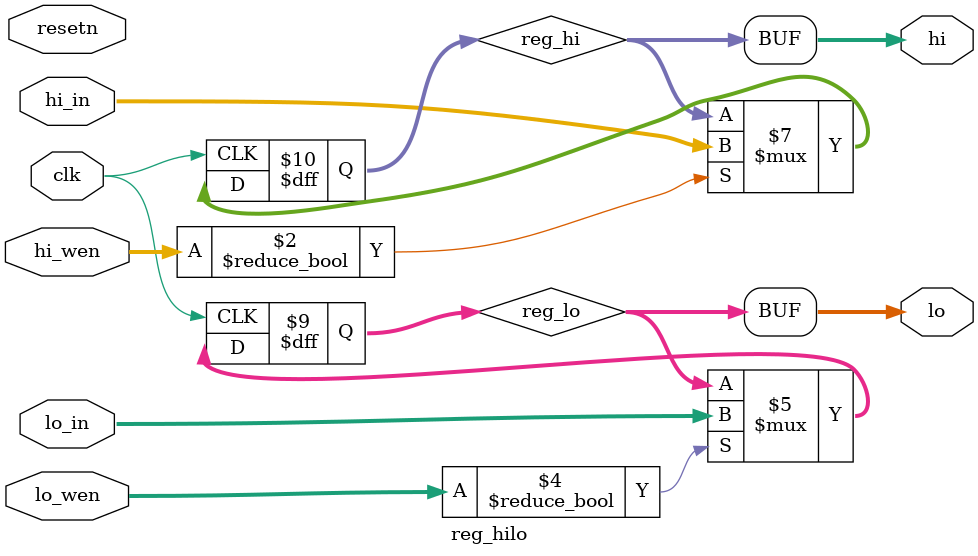
<source format=v>
`timescale 1ns / 1ps

`define DATA_WIDTH 32
`define ADDR_WIDTH 5

module reg_files(
	input clk,
	input resetn,
	input [`ADDR_WIDTH - 1:0] waddr,// write address
	input [`ADDR_WIDTH - 1:0] raddr1,// read address 1
	input [`ADDR_WIDTH - 1:0] raddr2,// read address 2
	input [3:0] wen,//write enable
	input [`DATA_WIDTH - 1:0] wdata,//write data
	output [`DATA_WIDTH - 1:0] rdata1,//read data 1
	output [`DATA_WIDTH - 1:0] rdata2//read data 2
);
 
reg [31:0] mem [31:0];//32 32-bit memory

always@(posedge clk)//writing logic
	begin
		if (!resetn)	begin
			mem[0] <= 32'b0;
		end
		else	begin
            mem[waddr][31:24] <= (wen[3]) ? wdata[31:24]: mem[waddr][31:24];
            mem[waddr][23:16] <= (wen[2]) ? wdata[23:16]: mem[waddr][23:16];
            mem[waddr][15:8 ] <= (wen[1]) ? wdata[15:8 ]: mem[waddr][15:8 ];
            mem[waddr][7 :0 ] <= (wen[0]) ? wdata[7 :0 ]: mem[waddr][7 :0 ];
		end
	end

//reading logic
assign rdata1 = (raddr1 == 5'd0) ?32'd0:mem[raddr1];
assign rdata2 = (raddr2 == 5'd0) ?32'd0:mem[raddr2];
	
endmodule

module reg_hilo(
    input clk,
    input resetn,
    input [1:0] hi_wen,
    input [1:0] lo_wen,
    input [31:0] hi_in,
    input [31:0] lo_in,
    output [31:0] hi,
    output [31:0] lo
);
reg [31:0] reg_hi;
reg [31:0] reg_lo;

always@(posedge clk)
begin
    if (hi_wen)
    begin
        reg_hi <= hi_in;
    end
end

always@(posedge clk)
begin
    if (lo_wen)
    begin
        reg_lo <= lo_in;
    end
end

assign hi = reg_hi;
assign lo = reg_lo;

endmodule




</source>
